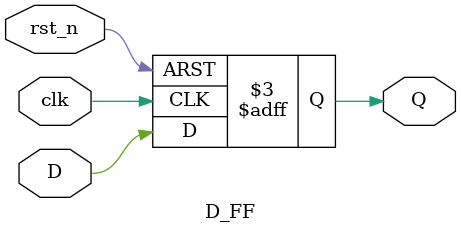
<source format=v>
module D_FF(clk,rst_n,D,Q);

input      clk;
input      rst_n;
input      D;
output reg Q;

always@(posedge clk, negedge rst_n) 
begin
    if(!rst_n) 
        Q <= 0;
    else 
        Q <= D; 
end

endmodule
</source>
